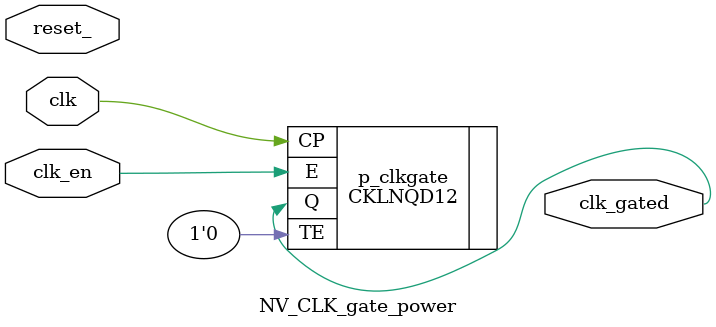
<source format=v>

module NV_CLK_gate_power (clk, reset_, clk_en, clk_gated);
input clk, reset_, clk_en;
output clk_gated;
`ifdef VLIB_BYPASS_POWER_CG
assign clk_gated = clk;
`else
CKLNQD12 p_clkgate (.TE(1'b0), .CP(clk), .E(clk_en), .Q(clk_gated));
`endif // VLIB_BYPASS_POWER_CG
// the gated clk better not be x after reset
//
`ifdef VERILINT
`else
// synopsys translate_off
reg disable_asserts; initial disable_asserts = $test$plusargs( "disable_nv_clk_gate_asserts" ) != 0;
nv_assert_no_x #(0, 1, 0, "clk_gated is X after reset" )
    clk_not_x( .clk( clk ), .reset_( reset_ || disable_asserts ), .start_event( 1'b1 ), .test_expr( clk_gated ) );
// Above assert is not reliable for catching X on clk_en. See bug 872824.
nv_assert_no_x #(0, 1, 0, "clk_en is X after reset" )
    clk_en_not_x( .clk( clk ), .reset_( reset_ || disable_asserts ), .start_event( 1'b1 ), .test_expr( clk_en ) );
// synopsys translate_on
`endif
endmodule // NV_CLK_gate

</source>
